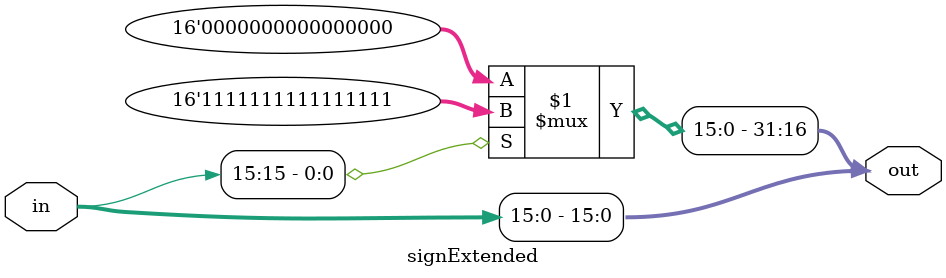
<source format=sv>
module signExtended (out, in);
	output [31:0] out;
	input [15:0] in;
	
	assign out[31:16] = in[15] ? 16'b1111111111111111 : 16'b0000000000000000;
	assign out[15:0] = in[15:0];
endmodule


</source>
